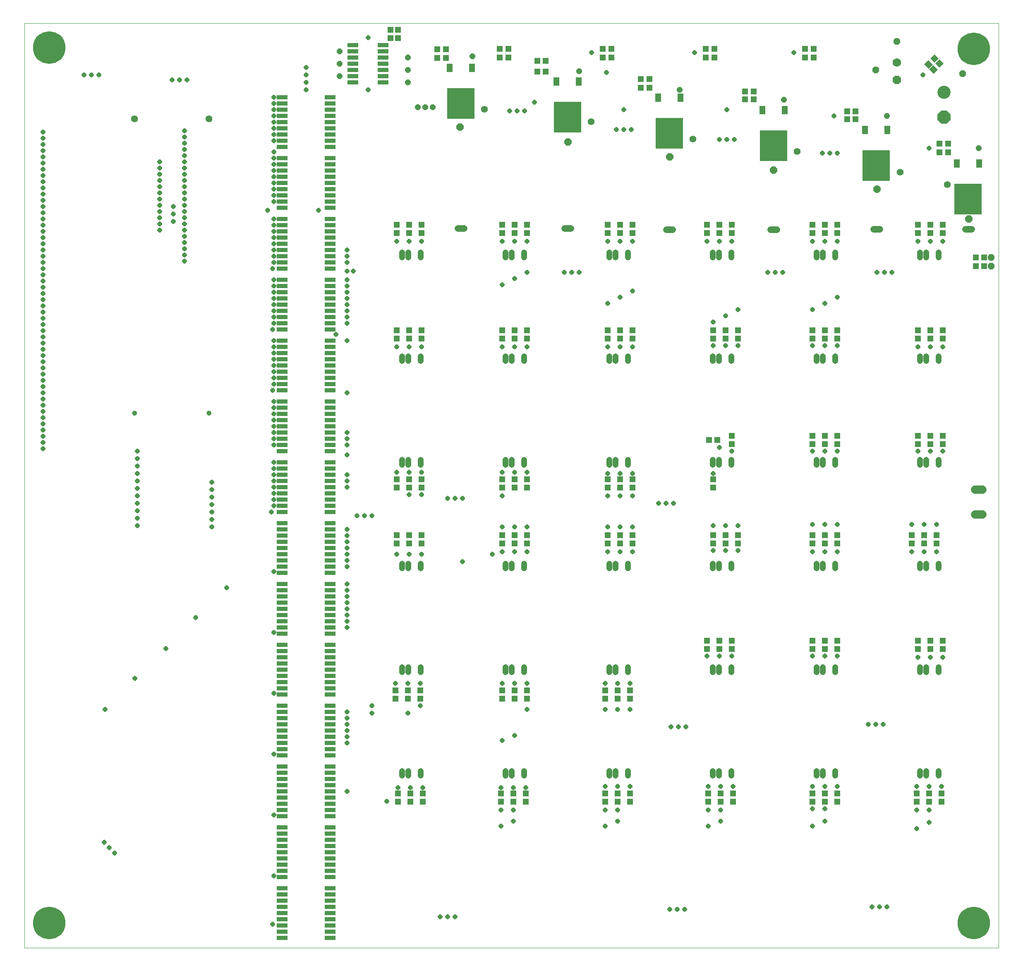
<source format=gts>
G75*
%MOIN*%
%OFA0B0*%
%FSLAX25Y25*%
%IPPOS*%
%LPD*%
%AMOC8*
5,1,8,0,0,1.08239X$1,22.5*
%
%ADD10C,0.00000*%
%ADD11C,0.05378*%
%ADD12R,0.04921X0.04528*%
%ADD13C,0.04528*%
%ADD14R,0.08591X0.03191*%
%ADD15R,0.04528X0.04921*%
%ADD16C,0.06578*%
%ADD17R,0.21850X0.25000*%
%ADD18R,0.04528X0.06890*%
%ADD19C,0.03937*%
%ADD20C,0.05512*%
%ADD21R,0.04724X0.04843*%
%ADD22R,0.04843X0.04724*%
%ADD23C,0.05591*%
%ADD24C,0.10591*%
%ADD25OC8,0.10591*%
%ADD26OC8,0.06891*%
%ADD27C,0.06891*%
%ADD28OC8,0.03740*%
%ADD29OC8,0.05709*%
%ADD30OC8,0.05315*%
%ADD31OC8,0.04528*%
%ADD32C,0.26181*%
D10*
X0001800Y0001800D02*
X0001800Y0746548D01*
X0786879Y0746548D01*
X0786879Y0001800D01*
X0001800Y0001800D01*
X0088796Y0432540D02*
X0088798Y0432621D01*
X0088804Y0432703D01*
X0088814Y0432784D01*
X0088828Y0432864D01*
X0088845Y0432943D01*
X0088867Y0433022D01*
X0088892Y0433099D01*
X0088921Y0433176D01*
X0088954Y0433250D01*
X0088991Y0433323D01*
X0089030Y0433394D01*
X0089074Y0433463D01*
X0089120Y0433530D01*
X0089170Y0433594D01*
X0089223Y0433656D01*
X0089279Y0433716D01*
X0089337Y0433772D01*
X0089399Y0433826D01*
X0089463Y0433877D01*
X0089529Y0433924D01*
X0089597Y0433968D01*
X0089668Y0434009D01*
X0089740Y0434046D01*
X0089815Y0434080D01*
X0089890Y0434110D01*
X0089968Y0434136D01*
X0090046Y0434159D01*
X0090125Y0434177D01*
X0090205Y0434192D01*
X0090286Y0434203D01*
X0090367Y0434210D01*
X0090449Y0434213D01*
X0090530Y0434212D01*
X0090611Y0434207D01*
X0090692Y0434198D01*
X0090773Y0434185D01*
X0090853Y0434168D01*
X0090931Y0434148D01*
X0091009Y0434123D01*
X0091086Y0434095D01*
X0091161Y0434063D01*
X0091234Y0434028D01*
X0091305Y0433989D01*
X0091375Y0433946D01*
X0091442Y0433901D01*
X0091508Y0433852D01*
X0091570Y0433800D01*
X0091630Y0433744D01*
X0091687Y0433686D01*
X0091742Y0433626D01*
X0091793Y0433562D01*
X0091841Y0433497D01*
X0091886Y0433429D01*
X0091928Y0433359D01*
X0091966Y0433287D01*
X0092001Y0433213D01*
X0092032Y0433138D01*
X0092059Y0433061D01*
X0092082Y0432983D01*
X0092102Y0432904D01*
X0092118Y0432824D01*
X0092130Y0432743D01*
X0092138Y0432662D01*
X0092142Y0432581D01*
X0092142Y0432499D01*
X0092138Y0432418D01*
X0092130Y0432337D01*
X0092118Y0432256D01*
X0092102Y0432176D01*
X0092082Y0432097D01*
X0092059Y0432019D01*
X0092032Y0431942D01*
X0092001Y0431867D01*
X0091966Y0431793D01*
X0091928Y0431721D01*
X0091886Y0431651D01*
X0091841Y0431583D01*
X0091793Y0431518D01*
X0091742Y0431454D01*
X0091687Y0431394D01*
X0091630Y0431336D01*
X0091570Y0431280D01*
X0091508Y0431228D01*
X0091442Y0431179D01*
X0091375Y0431134D01*
X0091306Y0431091D01*
X0091234Y0431052D01*
X0091161Y0431017D01*
X0091086Y0430985D01*
X0091009Y0430957D01*
X0090931Y0430932D01*
X0090853Y0430912D01*
X0090773Y0430895D01*
X0090692Y0430882D01*
X0090611Y0430873D01*
X0090530Y0430868D01*
X0090449Y0430867D01*
X0090367Y0430870D01*
X0090286Y0430877D01*
X0090205Y0430888D01*
X0090125Y0430903D01*
X0090046Y0430921D01*
X0089968Y0430944D01*
X0089890Y0430970D01*
X0089815Y0431000D01*
X0089740Y0431034D01*
X0089668Y0431071D01*
X0089597Y0431112D01*
X0089529Y0431156D01*
X0089463Y0431203D01*
X0089399Y0431254D01*
X0089337Y0431308D01*
X0089279Y0431364D01*
X0089223Y0431424D01*
X0089170Y0431486D01*
X0089120Y0431550D01*
X0089074Y0431617D01*
X0089030Y0431686D01*
X0088991Y0431757D01*
X0088954Y0431830D01*
X0088921Y0431904D01*
X0088892Y0431981D01*
X0088867Y0432058D01*
X0088845Y0432137D01*
X0088828Y0432216D01*
X0088814Y0432296D01*
X0088804Y0432377D01*
X0088798Y0432459D01*
X0088796Y0432540D01*
X0148796Y0432540D02*
X0148798Y0432621D01*
X0148804Y0432703D01*
X0148814Y0432784D01*
X0148828Y0432864D01*
X0148845Y0432943D01*
X0148867Y0433022D01*
X0148892Y0433099D01*
X0148921Y0433176D01*
X0148954Y0433250D01*
X0148991Y0433323D01*
X0149030Y0433394D01*
X0149074Y0433463D01*
X0149120Y0433530D01*
X0149170Y0433594D01*
X0149223Y0433656D01*
X0149279Y0433716D01*
X0149337Y0433772D01*
X0149399Y0433826D01*
X0149463Y0433877D01*
X0149529Y0433924D01*
X0149597Y0433968D01*
X0149668Y0434009D01*
X0149740Y0434046D01*
X0149815Y0434080D01*
X0149890Y0434110D01*
X0149968Y0434136D01*
X0150046Y0434159D01*
X0150125Y0434177D01*
X0150205Y0434192D01*
X0150286Y0434203D01*
X0150367Y0434210D01*
X0150449Y0434213D01*
X0150530Y0434212D01*
X0150611Y0434207D01*
X0150692Y0434198D01*
X0150773Y0434185D01*
X0150853Y0434168D01*
X0150931Y0434148D01*
X0151009Y0434123D01*
X0151086Y0434095D01*
X0151161Y0434063D01*
X0151234Y0434028D01*
X0151305Y0433989D01*
X0151375Y0433946D01*
X0151442Y0433901D01*
X0151508Y0433852D01*
X0151570Y0433800D01*
X0151630Y0433744D01*
X0151687Y0433686D01*
X0151742Y0433626D01*
X0151793Y0433562D01*
X0151841Y0433497D01*
X0151886Y0433429D01*
X0151928Y0433359D01*
X0151966Y0433287D01*
X0152001Y0433213D01*
X0152032Y0433138D01*
X0152059Y0433061D01*
X0152082Y0432983D01*
X0152102Y0432904D01*
X0152118Y0432824D01*
X0152130Y0432743D01*
X0152138Y0432662D01*
X0152142Y0432581D01*
X0152142Y0432499D01*
X0152138Y0432418D01*
X0152130Y0432337D01*
X0152118Y0432256D01*
X0152102Y0432176D01*
X0152082Y0432097D01*
X0152059Y0432019D01*
X0152032Y0431942D01*
X0152001Y0431867D01*
X0151966Y0431793D01*
X0151928Y0431721D01*
X0151886Y0431651D01*
X0151841Y0431583D01*
X0151793Y0431518D01*
X0151742Y0431454D01*
X0151687Y0431394D01*
X0151630Y0431336D01*
X0151570Y0431280D01*
X0151508Y0431228D01*
X0151442Y0431179D01*
X0151375Y0431134D01*
X0151306Y0431091D01*
X0151234Y0431052D01*
X0151161Y0431017D01*
X0151086Y0430985D01*
X0151009Y0430957D01*
X0150931Y0430932D01*
X0150853Y0430912D01*
X0150773Y0430895D01*
X0150692Y0430882D01*
X0150611Y0430873D01*
X0150530Y0430868D01*
X0150449Y0430867D01*
X0150367Y0430870D01*
X0150286Y0430877D01*
X0150205Y0430888D01*
X0150125Y0430903D01*
X0150046Y0430921D01*
X0149968Y0430944D01*
X0149890Y0430970D01*
X0149815Y0431000D01*
X0149740Y0431034D01*
X0149668Y0431071D01*
X0149597Y0431112D01*
X0149529Y0431156D01*
X0149463Y0431203D01*
X0149399Y0431254D01*
X0149337Y0431308D01*
X0149279Y0431364D01*
X0149223Y0431424D01*
X0149170Y0431486D01*
X0149120Y0431550D01*
X0149074Y0431617D01*
X0149030Y0431686D01*
X0148991Y0431757D01*
X0148954Y0431830D01*
X0148921Y0431904D01*
X0148892Y0431981D01*
X0148867Y0432058D01*
X0148845Y0432137D01*
X0148828Y0432216D01*
X0148814Y0432296D01*
X0148804Y0432377D01*
X0148798Y0432459D01*
X0148796Y0432540D01*
X0148008Y0669548D02*
X0148010Y0669647D01*
X0148016Y0669746D01*
X0148026Y0669845D01*
X0148040Y0669943D01*
X0148058Y0670040D01*
X0148080Y0670137D01*
X0148105Y0670233D01*
X0148135Y0670327D01*
X0148168Y0670421D01*
X0148205Y0670513D01*
X0148246Y0670603D01*
X0148290Y0670692D01*
X0148338Y0670778D01*
X0148389Y0670863D01*
X0148444Y0670946D01*
X0148502Y0671026D01*
X0148563Y0671104D01*
X0148627Y0671180D01*
X0148694Y0671253D01*
X0148764Y0671323D01*
X0148837Y0671390D01*
X0148913Y0671454D01*
X0148991Y0671515D01*
X0149071Y0671573D01*
X0149154Y0671628D01*
X0149238Y0671679D01*
X0149325Y0671727D01*
X0149414Y0671771D01*
X0149504Y0671812D01*
X0149596Y0671849D01*
X0149690Y0671882D01*
X0149784Y0671912D01*
X0149880Y0671937D01*
X0149977Y0671959D01*
X0150074Y0671977D01*
X0150172Y0671991D01*
X0150271Y0672001D01*
X0150370Y0672007D01*
X0150469Y0672009D01*
X0150568Y0672007D01*
X0150667Y0672001D01*
X0150766Y0671991D01*
X0150864Y0671977D01*
X0150961Y0671959D01*
X0151058Y0671937D01*
X0151154Y0671912D01*
X0151248Y0671882D01*
X0151342Y0671849D01*
X0151434Y0671812D01*
X0151524Y0671771D01*
X0151613Y0671727D01*
X0151699Y0671679D01*
X0151784Y0671628D01*
X0151867Y0671573D01*
X0151947Y0671515D01*
X0152025Y0671454D01*
X0152101Y0671390D01*
X0152174Y0671323D01*
X0152244Y0671253D01*
X0152311Y0671180D01*
X0152375Y0671104D01*
X0152436Y0671026D01*
X0152494Y0670946D01*
X0152549Y0670863D01*
X0152600Y0670779D01*
X0152648Y0670692D01*
X0152692Y0670603D01*
X0152733Y0670513D01*
X0152770Y0670421D01*
X0152803Y0670327D01*
X0152833Y0670233D01*
X0152858Y0670137D01*
X0152880Y0670040D01*
X0152898Y0669943D01*
X0152912Y0669845D01*
X0152922Y0669746D01*
X0152928Y0669647D01*
X0152930Y0669548D01*
X0152928Y0669449D01*
X0152922Y0669350D01*
X0152912Y0669251D01*
X0152898Y0669153D01*
X0152880Y0669056D01*
X0152858Y0668959D01*
X0152833Y0668863D01*
X0152803Y0668769D01*
X0152770Y0668675D01*
X0152733Y0668583D01*
X0152692Y0668493D01*
X0152648Y0668404D01*
X0152600Y0668318D01*
X0152549Y0668233D01*
X0152494Y0668150D01*
X0152436Y0668070D01*
X0152375Y0667992D01*
X0152311Y0667916D01*
X0152244Y0667843D01*
X0152174Y0667773D01*
X0152101Y0667706D01*
X0152025Y0667642D01*
X0151947Y0667581D01*
X0151867Y0667523D01*
X0151784Y0667468D01*
X0151700Y0667417D01*
X0151613Y0667369D01*
X0151524Y0667325D01*
X0151434Y0667284D01*
X0151342Y0667247D01*
X0151248Y0667214D01*
X0151154Y0667184D01*
X0151058Y0667159D01*
X0150961Y0667137D01*
X0150864Y0667119D01*
X0150766Y0667105D01*
X0150667Y0667095D01*
X0150568Y0667089D01*
X0150469Y0667087D01*
X0150370Y0667089D01*
X0150271Y0667095D01*
X0150172Y0667105D01*
X0150074Y0667119D01*
X0149977Y0667137D01*
X0149880Y0667159D01*
X0149784Y0667184D01*
X0149690Y0667214D01*
X0149596Y0667247D01*
X0149504Y0667284D01*
X0149414Y0667325D01*
X0149325Y0667369D01*
X0149239Y0667417D01*
X0149154Y0667468D01*
X0149071Y0667523D01*
X0148991Y0667581D01*
X0148913Y0667642D01*
X0148837Y0667706D01*
X0148764Y0667773D01*
X0148694Y0667843D01*
X0148627Y0667916D01*
X0148563Y0667992D01*
X0148502Y0668070D01*
X0148444Y0668150D01*
X0148389Y0668233D01*
X0148338Y0668317D01*
X0148290Y0668404D01*
X0148246Y0668493D01*
X0148205Y0668583D01*
X0148168Y0668675D01*
X0148135Y0668769D01*
X0148105Y0668863D01*
X0148080Y0668959D01*
X0148058Y0669056D01*
X0148040Y0669153D01*
X0148026Y0669251D01*
X0148016Y0669350D01*
X0148010Y0669449D01*
X0148008Y0669548D01*
X0088008Y0669548D02*
X0088010Y0669647D01*
X0088016Y0669746D01*
X0088026Y0669845D01*
X0088040Y0669943D01*
X0088058Y0670040D01*
X0088080Y0670137D01*
X0088105Y0670233D01*
X0088135Y0670327D01*
X0088168Y0670421D01*
X0088205Y0670513D01*
X0088246Y0670603D01*
X0088290Y0670692D01*
X0088338Y0670778D01*
X0088389Y0670863D01*
X0088444Y0670946D01*
X0088502Y0671026D01*
X0088563Y0671104D01*
X0088627Y0671180D01*
X0088694Y0671253D01*
X0088764Y0671323D01*
X0088837Y0671390D01*
X0088913Y0671454D01*
X0088991Y0671515D01*
X0089071Y0671573D01*
X0089154Y0671628D01*
X0089238Y0671679D01*
X0089325Y0671727D01*
X0089414Y0671771D01*
X0089504Y0671812D01*
X0089596Y0671849D01*
X0089690Y0671882D01*
X0089784Y0671912D01*
X0089880Y0671937D01*
X0089977Y0671959D01*
X0090074Y0671977D01*
X0090172Y0671991D01*
X0090271Y0672001D01*
X0090370Y0672007D01*
X0090469Y0672009D01*
X0090568Y0672007D01*
X0090667Y0672001D01*
X0090766Y0671991D01*
X0090864Y0671977D01*
X0090961Y0671959D01*
X0091058Y0671937D01*
X0091154Y0671912D01*
X0091248Y0671882D01*
X0091342Y0671849D01*
X0091434Y0671812D01*
X0091524Y0671771D01*
X0091613Y0671727D01*
X0091699Y0671679D01*
X0091784Y0671628D01*
X0091867Y0671573D01*
X0091947Y0671515D01*
X0092025Y0671454D01*
X0092101Y0671390D01*
X0092174Y0671323D01*
X0092244Y0671253D01*
X0092311Y0671180D01*
X0092375Y0671104D01*
X0092436Y0671026D01*
X0092494Y0670946D01*
X0092549Y0670863D01*
X0092600Y0670779D01*
X0092648Y0670692D01*
X0092692Y0670603D01*
X0092733Y0670513D01*
X0092770Y0670421D01*
X0092803Y0670327D01*
X0092833Y0670233D01*
X0092858Y0670137D01*
X0092880Y0670040D01*
X0092898Y0669943D01*
X0092912Y0669845D01*
X0092922Y0669746D01*
X0092928Y0669647D01*
X0092930Y0669548D01*
X0092928Y0669449D01*
X0092922Y0669350D01*
X0092912Y0669251D01*
X0092898Y0669153D01*
X0092880Y0669056D01*
X0092858Y0668959D01*
X0092833Y0668863D01*
X0092803Y0668769D01*
X0092770Y0668675D01*
X0092733Y0668583D01*
X0092692Y0668493D01*
X0092648Y0668404D01*
X0092600Y0668318D01*
X0092549Y0668233D01*
X0092494Y0668150D01*
X0092436Y0668070D01*
X0092375Y0667992D01*
X0092311Y0667916D01*
X0092244Y0667843D01*
X0092174Y0667773D01*
X0092101Y0667706D01*
X0092025Y0667642D01*
X0091947Y0667581D01*
X0091867Y0667523D01*
X0091784Y0667468D01*
X0091700Y0667417D01*
X0091613Y0667369D01*
X0091524Y0667325D01*
X0091434Y0667284D01*
X0091342Y0667247D01*
X0091248Y0667214D01*
X0091154Y0667184D01*
X0091058Y0667159D01*
X0090961Y0667137D01*
X0090864Y0667119D01*
X0090766Y0667105D01*
X0090667Y0667095D01*
X0090568Y0667089D01*
X0090469Y0667087D01*
X0090370Y0667089D01*
X0090271Y0667095D01*
X0090172Y0667105D01*
X0090074Y0667119D01*
X0089977Y0667137D01*
X0089880Y0667159D01*
X0089784Y0667184D01*
X0089690Y0667214D01*
X0089596Y0667247D01*
X0089504Y0667284D01*
X0089414Y0667325D01*
X0089325Y0667369D01*
X0089239Y0667417D01*
X0089154Y0667468D01*
X0089071Y0667523D01*
X0088991Y0667581D01*
X0088913Y0667642D01*
X0088837Y0667706D01*
X0088764Y0667773D01*
X0088694Y0667843D01*
X0088627Y0667916D01*
X0088563Y0667992D01*
X0088502Y0668070D01*
X0088444Y0668150D01*
X0088389Y0668233D01*
X0088338Y0668317D01*
X0088290Y0668404D01*
X0088246Y0668493D01*
X0088205Y0668583D01*
X0088168Y0668675D01*
X0088135Y0668769D01*
X0088105Y0668863D01*
X0088080Y0668959D01*
X0088058Y0669056D01*
X0088040Y0669153D01*
X0088026Y0669251D01*
X0088016Y0669350D01*
X0088010Y0669449D01*
X0088008Y0669548D01*
D11*
X0351249Y0581115D02*
X0356036Y0581115D01*
X0437249Y0581115D02*
X0442036Y0581115D01*
X0519249Y0580115D02*
X0524036Y0580115D01*
X0603249Y0580115D02*
X0608036Y0580115D01*
X0686241Y0580414D02*
X0691028Y0580414D01*
X0760241Y0580414D02*
X0765028Y0580414D01*
D12*
X0741800Y0577454D03*
X0741800Y0584146D03*
X0731800Y0584146D03*
X0731800Y0577454D03*
X0721800Y0577454D03*
X0721800Y0584146D03*
X0656800Y0584146D03*
X0656800Y0577454D03*
X0646800Y0577454D03*
X0646800Y0584146D03*
X0636800Y0584146D03*
X0636800Y0577454D03*
X0571800Y0577454D03*
X0571800Y0584146D03*
X0561800Y0584146D03*
X0561800Y0577454D03*
X0551800Y0577454D03*
X0551800Y0584146D03*
X0491800Y0584146D03*
X0491800Y0577454D03*
X0481800Y0577454D03*
X0481800Y0584146D03*
X0471800Y0584146D03*
X0471800Y0577454D03*
X0406800Y0577454D03*
X0406800Y0584146D03*
X0396800Y0584146D03*
X0396800Y0577454D03*
X0386800Y0577454D03*
X0386800Y0584146D03*
X0321800Y0584146D03*
X0321800Y0577454D03*
X0311800Y0577454D03*
X0311800Y0584146D03*
X0301800Y0584146D03*
X0301800Y0577454D03*
X0301800Y0499146D03*
X0301800Y0492454D03*
X0311800Y0492454D03*
X0311800Y0499146D03*
X0321800Y0499146D03*
X0321800Y0492454D03*
X0386800Y0492454D03*
X0386800Y0499146D03*
X0396800Y0499146D03*
X0396800Y0492454D03*
X0406800Y0492454D03*
X0406800Y0499146D03*
X0471800Y0499146D03*
X0471800Y0492454D03*
X0481800Y0492454D03*
X0481800Y0499146D03*
X0491800Y0499146D03*
X0491800Y0492454D03*
X0556800Y0492454D03*
X0556800Y0499146D03*
X0566800Y0499146D03*
X0566800Y0492454D03*
X0576800Y0492454D03*
X0576800Y0499146D03*
X0636800Y0499146D03*
X0636800Y0492454D03*
X0646800Y0492454D03*
X0646800Y0499146D03*
X0656800Y0499146D03*
X0656800Y0492454D03*
X0721800Y0492454D03*
X0721800Y0499146D03*
X0731800Y0499146D03*
X0731800Y0492454D03*
X0741800Y0492454D03*
X0741800Y0499146D03*
X0741800Y0414146D03*
X0741800Y0407454D03*
X0731800Y0407454D03*
X0731800Y0414146D03*
X0721800Y0414146D03*
X0721800Y0407454D03*
X0656800Y0407454D03*
X0656800Y0414146D03*
X0646800Y0414146D03*
X0646800Y0407454D03*
X0636800Y0407454D03*
X0636800Y0414146D03*
X0571800Y0414146D03*
X0571800Y0407454D03*
X0556800Y0379146D03*
X0556800Y0372454D03*
X0556800Y0334146D03*
X0556800Y0327454D03*
X0566800Y0327454D03*
X0566800Y0334146D03*
X0576800Y0334146D03*
X0576800Y0327454D03*
X0636800Y0327454D03*
X0636800Y0334146D03*
X0646800Y0334146D03*
X0646800Y0327454D03*
X0656800Y0327454D03*
X0656800Y0334146D03*
X0716800Y0334146D03*
X0716800Y0327454D03*
X0726800Y0327454D03*
X0726800Y0334146D03*
X0736800Y0334146D03*
X0736800Y0327454D03*
X0731800Y0249146D03*
X0731800Y0242454D03*
X0721800Y0242454D03*
X0721800Y0249146D03*
X0741800Y0249146D03*
X0741800Y0242454D03*
X0656800Y0242454D03*
X0656800Y0249146D03*
X0646800Y0249146D03*
X0646800Y0242454D03*
X0636800Y0242454D03*
X0636800Y0249146D03*
X0571800Y0249146D03*
X0571800Y0242454D03*
X0561800Y0242454D03*
X0561800Y0249146D03*
X0551800Y0249146D03*
X0551800Y0242454D03*
X0489800Y0209146D03*
X0489800Y0202454D03*
X0479800Y0202454D03*
X0479800Y0209146D03*
X0469800Y0209146D03*
X0469800Y0202454D03*
X0406800Y0202454D03*
X0406800Y0209146D03*
X0396800Y0209146D03*
X0396800Y0202454D03*
X0386800Y0202454D03*
X0386800Y0209146D03*
X0320800Y0209146D03*
X0320800Y0202454D03*
X0310800Y0202454D03*
X0310800Y0209146D03*
X0300800Y0209146D03*
X0300800Y0202454D03*
X0302800Y0126146D03*
X0302800Y0119454D03*
X0312800Y0119454D03*
X0312800Y0126146D03*
X0322800Y0126146D03*
X0322800Y0119454D03*
X0385800Y0119454D03*
X0385800Y0126146D03*
X0395800Y0126146D03*
X0395800Y0119454D03*
X0405800Y0119454D03*
X0405800Y0126146D03*
X0469800Y0126146D03*
X0469800Y0119454D03*
X0479800Y0119454D03*
X0479800Y0126146D03*
X0489800Y0126146D03*
X0489800Y0119454D03*
X0552800Y0119454D03*
X0552800Y0126146D03*
X0562800Y0126146D03*
X0562800Y0119454D03*
X0572800Y0119454D03*
X0572800Y0126146D03*
X0636800Y0126146D03*
X0636800Y0119454D03*
X0646800Y0119454D03*
X0646800Y0126146D03*
X0656800Y0126146D03*
X0656800Y0119454D03*
X0720800Y0119454D03*
X0720800Y0126146D03*
X0730800Y0126146D03*
X0730800Y0119454D03*
X0740800Y0119454D03*
X0740800Y0126146D03*
X0491800Y0327454D03*
X0491800Y0334146D03*
X0481800Y0334146D03*
X0481800Y0327454D03*
X0471800Y0327454D03*
X0471800Y0334146D03*
X0471800Y0372454D03*
X0471800Y0379146D03*
X0481800Y0379146D03*
X0481800Y0372454D03*
X0491800Y0372454D03*
X0491800Y0379146D03*
X0406800Y0379146D03*
X0406800Y0372454D03*
X0396800Y0372454D03*
X0396800Y0379146D03*
X0386800Y0379146D03*
X0386800Y0372454D03*
X0386800Y0334146D03*
X0386800Y0327454D03*
X0396800Y0327454D03*
X0396800Y0334146D03*
X0406800Y0334146D03*
X0406800Y0327454D03*
X0321800Y0327454D03*
X0321800Y0334146D03*
X0311800Y0334146D03*
X0311800Y0327454D03*
X0301800Y0327454D03*
X0301800Y0334146D03*
X0301800Y0372454D03*
X0301800Y0379146D03*
X0311800Y0379146D03*
X0311800Y0372454D03*
X0321800Y0372454D03*
X0321800Y0379146D03*
D13*
X0321080Y0390879D02*
X0321080Y0394816D01*
X0311080Y0394816D02*
X0311080Y0390879D01*
X0306080Y0390879D02*
X0306080Y0394816D01*
X0306080Y0474383D02*
X0306080Y0478320D01*
X0311080Y0478320D02*
X0311080Y0474383D01*
X0321080Y0474383D02*
X0321080Y0478320D01*
X0389583Y0478320D02*
X0389583Y0474383D01*
X0394583Y0474383D02*
X0394583Y0478320D01*
X0404583Y0478320D02*
X0404583Y0474383D01*
X0473087Y0474383D02*
X0473087Y0478320D01*
X0478087Y0478320D02*
X0478087Y0474383D01*
X0488087Y0474383D02*
X0488087Y0478320D01*
X0556591Y0478320D02*
X0556591Y0474383D01*
X0561591Y0474383D02*
X0561591Y0478320D01*
X0571591Y0478320D02*
X0571591Y0474383D01*
X0640095Y0474383D02*
X0640095Y0478320D01*
X0645095Y0478320D02*
X0645095Y0474383D01*
X0655095Y0474383D02*
X0655095Y0478320D01*
X0723599Y0478320D02*
X0723599Y0474383D01*
X0728599Y0474383D02*
X0728599Y0478320D01*
X0738599Y0478320D02*
X0738599Y0474383D01*
X0738599Y0394816D02*
X0738599Y0390879D01*
X0728599Y0390879D02*
X0728599Y0394816D01*
X0723599Y0394816D02*
X0723599Y0390879D01*
X0655095Y0390879D02*
X0655095Y0394816D01*
X0645095Y0394816D02*
X0645095Y0390879D01*
X0640095Y0390879D02*
X0640095Y0394816D01*
X0571591Y0394816D02*
X0571591Y0390879D01*
X0561591Y0390879D02*
X0561591Y0394816D01*
X0556591Y0394816D02*
X0556591Y0390879D01*
X0488087Y0390879D02*
X0488087Y0394816D01*
X0478087Y0394816D02*
X0478087Y0390879D01*
X0473087Y0390879D02*
X0473087Y0394816D01*
X0404583Y0394816D02*
X0404583Y0390879D01*
X0394583Y0390879D02*
X0394583Y0394816D01*
X0389583Y0394816D02*
X0389583Y0390879D01*
X0389583Y0311312D02*
X0389583Y0307375D01*
X0394583Y0307375D02*
X0394583Y0311312D01*
X0404583Y0311312D02*
X0404583Y0307375D01*
X0473087Y0307375D02*
X0473087Y0311312D01*
X0478087Y0311312D02*
X0478087Y0307375D01*
X0488087Y0307375D02*
X0488087Y0311312D01*
X0556591Y0311312D02*
X0556591Y0307375D01*
X0561591Y0307375D02*
X0561591Y0311312D01*
X0571591Y0311312D02*
X0571591Y0307375D01*
X0640095Y0307375D02*
X0640095Y0311312D01*
X0645095Y0311312D02*
X0645095Y0307375D01*
X0655095Y0307375D02*
X0655095Y0311312D01*
X0723599Y0311312D02*
X0723599Y0307375D01*
X0728599Y0307375D02*
X0728599Y0311312D01*
X0738599Y0311312D02*
X0738599Y0307375D01*
X0738599Y0227808D02*
X0738599Y0223871D01*
X0728599Y0223871D02*
X0728599Y0227808D01*
X0723599Y0227808D02*
X0723599Y0223871D01*
X0655095Y0223871D02*
X0655095Y0227808D01*
X0645095Y0227808D02*
X0645095Y0223871D01*
X0640095Y0223871D02*
X0640095Y0227808D01*
X0571591Y0227808D02*
X0571591Y0223871D01*
X0561591Y0223871D02*
X0561591Y0227808D01*
X0556591Y0227808D02*
X0556591Y0223871D01*
X0488087Y0223871D02*
X0488087Y0227808D01*
X0478087Y0227808D02*
X0478087Y0223871D01*
X0473087Y0223871D02*
X0473087Y0227808D01*
X0404583Y0227808D02*
X0404583Y0223871D01*
X0394583Y0223871D02*
X0394583Y0227808D01*
X0389583Y0227808D02*
X0389583Y0223871D01*
X0321080Y0223871D02*
X0321080Y0227808D01*
X0311080Y0227808D02*
X0311080Y0223871D01*
X0306080Y0223871D02*
X0306080Y0227808D01*
X0306080Y0307375D02*
X0306080Y0311312D01*
X0311080Y0311312D02*
X0311080Y0307375D01*
X0321080Y0307375D02*
X0321080Y0311312D01*
X0321080Y0144304D02*
X0321080Y0140367D01*
X0311080Y0140367D02*
X0311080Y0144304D01*
X0306080Y0144304D02*
X0306080Y0140367D01*
X0389583Y0140367D02*
X0389583Y0144304D01*
X0394583Y0144304D02*
X0394583Y0140367D01*
X0404583Y0140367D02*
X0404583Y0144304D01*
X0473087Y0144304D02*
X0473087Y0140367D01*
X0478087Y0140367D02*
X0478087Y0144304D01*
X0488087Y0144304D02*
X0488087Y0140367D01*
X0556591Y0140367D02*
X0556591Y0144304D01*
X0561591Y0144304D02*
X0561591Y0140367D01*
X0571591Y0140367D02*
X0571591Y0144304D01*
X0640095Y0144304D02*
X0640095Y0140367D01*
X0645095Y0140367D02*
X0645095Y0144304D01*
X0655095Y0144304D02*
X0655095Y0140367D01*
X0723599Y0140367D02*
X0723599Y0144304D01*
X0728599Y0144304D02*
X0728599Y0140367D01*
X0738599Y0140367D02*
X0738599Y0144304D01*
X0738599Y0557887D02*
X0738599Y0561824D01*
X0728599Y0561824D02*
X0728599Y0557887D01*
X0723599Y0557887D02*
X0723599Y0561824D01*
X0655095Y0561824D02*
X0655095Y0557887D01*
X0645095Y0557887D02*
X0645095Y0561824D01*
X0640095Y0561824D02*
X0640095Y0557887D01*
X0571591Y0557887D02*
X0571591Y0561824D01*
X0561591Y0561824D02*
X0561591Y0557887D01*
X0556591Y0557887D02*
X0556591Y0561824D01*
X0488087Y0561824D02*
X0488087Y0557887D01*
X0478087Y0557887D02*
X0478087Y0561824D01*
X0473087Y0561824D02*
X0473087Y0557887D01*
X0404583Y0557887D02*
X0404583Y0561824D01*
X0394583Y0561824D02*
X0394583Y0557887D01*
X0389583Y0557887D02*
X0389583Y0561824D01*
X0321080Y0561824D02*
X0321080Y0557887D01*
X0311080Y0557887D02*
X0311080Y0561824D01*
X0306080Y0561824D02*
X0306080Y0557887D01*
D14*
X0248100Y0558800D03*
X0248100Y0553800D03*
X0248100Y0548800D03*
X0248100Y0539800D03*
X0248100Y0534800D03*
X0248100Y0529800D03*
X0248100Y0524800D03*
X0248100Y0519800D03*
X0248100Y0514800D03*
X0248100Y0509800D03*
X0248100Y0504800D03*
X0248100Y0499800D03*
X0248100Y0490800D03*
X0248100Y0485800D03*
X0248100Y0480800D03*
X0248100Y0475800D03*
X0248100Y0470800D03*
X0248100Y0465800D03*
X0248100Y0460800D03*
X0248100Y0455800D03*
X0248100Y0450800D03*
X0248100Y0441800D03*
X0248100Y0436800D03*
X0248100Y0431800D03*
X0248100Y0426800D03*
X0248100Y0421800D03*
X0248100Y0416800D03*
X0248100Y0411800D03*
X0248100Y0406800D03*
X0248100Y0401800D03*
X0248100Y0392800D03*
X0248100Y0387800D03*
X0248100Y0382800D03*
X0248100Y0377800D03*
X0248100Y0372800D03*
X0248100Y0367800D03*
X0248100Y0362800D03*
X0248100Y0357800D03*
X0248100Y0352800D03*
X0248100Y0343800D03*
X0248100Y0338800D03*
X0248100Y0333800D03*
X0248100Y0328800D03*
X0248100Y0323800D03*
X0248100Y0318800D03*
X0248100Y0313800D03*
X0248100Y0308800D03*
X0248100Y0303800D03*
X0248100Y0294800D03*
X0248100Y0289800D03*
X0248100Y0284800D03*
X0248100Y0279800D03*
X0248100Y0274800D03*
X0248100Y0269800D03*
X0248100Y0264800D03*
X0248100Y0259800D03*
X0248100Y0254800D03*
X0248100Y0245800D03*
X0248100Y0240800D03*
X0248100Y0235800D03*
X0248100Y0230800D03*
X0248100Y0225800D03*
X0248100Y0220800D03*
X0248100Y0215800D03*
X0248100Y0210800D03*
X0248100Y0205800D03*
X0248100Y0196800D03*
X0248100Y0191800D03*
X0248100Y0186800D03*
X0248100Y0181800D03*
X0248100Y0176800D03*
X0248100Y0171800D03*
X0248100Y0166800D03*
X0248100Y0161800D03*
X0248100Y0156800D03*
X0248100Y0147800D03*
X0248100Y0142800D03*
X0248100Y0137800D03*
X0248100Y0132800D03*
X0248100Y0127800D03*
X0248100Y0122800D03*
X0248100Y0117800D03*
X0248100Y0112800D03*
X0248100Y0107800D03*
X0248100Y0098800D03*
X0248100Y0093800D03*
X0248100Y0088800D03*
X0248100Y0083800D03*
X0248100Y0078800D03*
X0248100Y0073800D03*
X0248100Y0068800D03*
X0248100Y0063800D03*
X0248100Y0058800D03*
X0248100Y0049800D03*
X0248100Y0044800D03*
X0248100Y0039800D03*
X0248100Y0034800D03*
X0248100Y0029800D03*
X0248100Y0024800D03*
X0248100Y0019800D03*
X0248100Y0014800D03*
X0248100Y0009800D03*
X0209500Y0009800D03*
X0209500Y0014800D03*
X0209500Y0019800D03*
X0209500Y0024800D03*
X0209500Y0029800D03*
X0209500Y0034800D03*
X0209500Y0039800D03*
X0209500Y0044800D03*
X0209500Y0049800D03*
X0209500Y0058800D03*
X0209500Y0063800D03*
X0209500Y0068800D03*
X0209500Y0073800D03*
X0209500Y0078800D03*
X0209500Y0083800D03*
X0209500Y0088800D03*
X0209500Y0093800D03*
X0209500Y0098800D03*
X0209500Y0107800D03*
X0209500Y0112800D03*
X0209500Y0117800D03*
X0209500Y0122800D03*
X0209500Y0127800D03*
X0209500Y0132800D03*
X0209500Y0137800D03*
X0209500Y0142800D03*
X0209500Y0147800D03*
X0209500Y0156800D03*
X0209500Y0161800D03*
X0209500Y0166800D03*
X0209500Y0171800D03*
X0209500Y0176800D03*
X0209500Y0181800D03*
X0209500Y0186800D03*
X0209500Y0191800D03*
X0209500Y0196800D03*
X0209500Y0205800D03*
X0209500Y0210800D03*
X0209500Y0215800D03*
X0209500Y0220800D03*
X0209500Y0225800D03*
X0209500Y0230800D03*
X0209500Y0235800D03*
X0209500Y0240800D03*
X0209500Y0245800D03*
X0209500Y0254800D03*
X0209500Y0259800D03*
X0209500Y0264800D03*
X0209500Y0269800D03*
X0209500Y0274800D03*
X0209500Y0279800D03*
X0209500Y0284800D03*
X0209500Y0289800D03*
X0209500Y0294800D03*
X0209500Y0303800D03*
X0209500Y0308800D03*
X0209500Y0313800D03*
X0209500Y0318800D03*
X0209500Y0323800D03*
X0209500Y0328800D03*
X0209500Y0333800D03*
X0209500Y0338800D03*
X0209500Y0343800D03*
X0209500Y0352800D03*
X0209500Y0357800D03*
X0209500Y0362800D03*
X0209500Y0367800D03*
X0209500Y0372800D03*
X0209500Y0377800D03*
X0209500Y0382800D03*
X0209500Y0387800D03*
X0209500Y0392800D03*
X0209500Y0401800D03*
X0209500Y0406800D03*
X0209500Y0411800D03*
X0209500Y0416800D03*
X0209500Y0421800D03*
X0209500Y0426800D03*
X0209500Y0431800D03*
X0209500Y0436800D03*
X0209500Y0441800D03*
X0209500Y0450800D03*
X0209500Y0455800D03*
X0209500Y0460800D03*
X0209500Y0465800D03*
X0209500Y0470800D03*
X0209500Y0475800D03*
X0209500Y0480800D03*
X0209500Y0485800D03*
X0209500Y0490800D03*
X0209500Y0499800D03*
X0209500Y0504800D03*
X0209500Y0509800D03*
X0209500Y0514800D03*
X0209500Y0519800D03*
X0209500Y0524800D03*
X0209500Y0529800D03*
X0209500Y0534800D03*
X0209500Y0539800D03*
X0209500Y0548800D03*
X0209500Y0553800D03*
X0209500Y0558800D03*
X0209500Y0563800D03*
X0209500Y0568800D03*
X0209500Y0573800D03*
X0209500Y0578800D03*
X0209500Y0583800D03*
X0209500Y0588800D03*
X0209500Y0597800D03*
X0209500Y0602800D03*
X0209500Y0607800D03*
X0209500Y0612800D03*
X0209500Y0617800D03*
X0209500Y0622800D03*
X0209500Y0627800D03*
X0209500Y0632800D03*
X0209500Y0637800D03*
X0209500Y0646800D03*
X0209500Y0651800D03*
X0209500Y0656800D03*
X0209500Y0661800D03*
X0209500Y0666800D03*
X0209500Y0671800D03*
X0209500Y0676800D03*
X0209500Y0681800D03*
X0209500Y0686800D03*
X0248100Y0686800D03*
X0248100Y0681800D03*
X0248100Y0676800D03*
X0248100Y0671800D03*
X0248100Y0666800D03*
X0248100Y0661800D03*
X0248100Y0656800D03*
X0248100Y0651800D03*
X0248100Y0646800D03*
X0248100Y0637800D03*
X0248100Y0632800D03*
X0248100Y0627800D03*
X0248100Y0622800D03*
X0248100Y0617800D03*
X0248100Y0612800D03*
X0248100Y0607800D03*
X0248100Y0602800D03*
X0248100Y0597800D03*
X0248100Y0588800D03*
X0248100Y0583800D03*
X0248100Y0578800D03*
X0248100Y0573800D03*
X0248100Y0568800D03*
X0248100Y0563800D03*
X0266606Y0698816D03*
X0266606Y0703816D03*
X0266606Y0708816D03*
X0266606Y0713816D03*
X0266606Y0718816D03*
X0266606Y0723816D03*
X0266606Y0728816D03*
X0290806Y0728816D03*
X0290806Y0723816D03*
X0290806Y0718816D03*
X0290806Y0713816D03*
X0290806Y0708816D03*
X0290806Y0703816D03*
X0290806Y0698816D03*
D15*
X0553454Y0410800D03*
X0560146Y0410800D03*
D16*
X0767806Y0370700D02*
X0773794Y0370700D01*
X0773794Y0350900D02*
X0767806Y0350900D01*
D17*
X0762186Y0604792D03*
X0688186Y0631792D03*
X0605485Y0647800D03*
X0521485Y0657800D03*
X0439485Y0670800D03*
X0353485Y0681800D03*
D18*
X0344509Y0710540D03*
X0362461Y0710540D03*
X0430509Y0699540D03*
X0448461Y0699540D03*
X0512509Y0686540D03*
X0530461Y0686540D03*
X0596509Y0676540D03*
X0614461Y0676540D03*
X0679209Y0660532D03*
X0697162Y0660532D03*
X0753209Y0633532D03*
X0771162Y0633532D03*
D19*
X0150469Y0432540D03*
X0090469Y0432540D03*
D20*
X0090469Y0669548D03*
X0150469Y0669548D03*
D21*
X0334540Y0718643D03*
X0341430Y0718643D03*
X0341430Y0725643D03*
X0334540Y0725643D03*
X0415040Y0716143D03*
X0421930Y0716143D03*
X0421930Y0707643D03*
X0415040Y0707643D03*
X0498540Y0701643D03*
X0505430Y0701643D03*
X0505430Y0694643D03*
X0498540Y0694643D03*
X0582540Y0691643D03*
X0582540Y0685143D03*
X0589430Y0685143D03*
X0589430Y0691643D03*
X0664741Y0675635D03*
X0664741Y0669135D03*
X0671631Y0669135D03*
X0671631Y0675635D03*
G36*
X0726982Y0713405D02*
X0730323Y0716746D01*
X0733746Y0713323D01*
X0730405Y0709982D01*
X0726982Y0713405D01*
G37*
G36*
X0730982Y0709405D02*
X0734323Y0712746D01*
X0737746Y0709323D01*
X0734405Y0705982D01*
X0730982Y0709405D01*
G37*
G36*
X0735854Y0714277D02*
X0739195Y0717618D01*
X0742618Y0714195D01*
X0739277Y0710854D01*
X0735854Y0714277D01*
G37*
G36*
X0731854Y0718277D02*
X0735195Y0721618D01*
X0738618Y0718195D01*
X0735277Y0714854D01*
X0731854Y0718277D01*
G37*
X0739241Y0649635D03*
X0746131Y0649635D03*
X0746131Y0642635D03*
X0739241Y0642635D03*
X0768355Y0557800D03*
X0775245Y0557800D03*
X0775245Y0550800D03*
X0768355Y0550800D03*
D22*
X0637800Y0718855D03*
X0637800Y0725745D03*
X0630800Y0725745D03*
X0630800Y0718855D03*
X0557800Y0718855D03*
X0557800Y0725745D03*
X0550800Y0725745D03*
X0550800Y0718855D03*
X0474800Y0718855D03*
X0474800Y0725745D03*
X0467800Y0725745D03*
X0467800Y0718855D03*
X0391800Y0718855D03*
X0391800Y0725745D03*
X0384800Y0725745D03*
X0384800Y0718855D03*
X0302800Y0734355D03*
X0296800Y0734355D03*
X0296800Y0741245D03*
X0302800Y0741245D03*
D23*
X0372643Y0677115D03*
X0458643Y0667115D03*
X0540643Y0653115D03*
X0624643Y0643115D03*
X0707635Y0626414D03*
X0745635Y0616414D03*
D24*
X0742800Y0690800D03*
D25*
X0742800Y0670800D03*
D26*
X0704800Y0700800D03*
D27*
X0704800Y0714800D03*
D28*
X0725800Y0704800D03*
X0730800Y0645800D03*
X0656800Y0641800D03*
X0650800Y0641800D03*
X0644800Y0641800D03*
X0654300Y0671800D03*
X0621800Y0722800D03*
X0567800Y0676800D03*
X0567800Y0652800D03*
X0573800Y0652800D03*
X0561800Y0652800D03*
X0490800Y0660800D03*
X0484800Y0660800D03*
X0478800Y0660800D03*
X0484800Y0676800D03*
X0470800Y0706800D03*
X0458800Y0722800D03*
X0412800Y0682800D03*
X0404800Y0675800D03*
X0398800Y0675800D03*
X0392800Y0675800D03*
X0396800Y0570800D03*
X0386800Y0570800D03*
X0406800Y0570800D03*
X0406800Y0545800D03*
X0396800Y0540800D03*
X0386800Y0535800D03*
X0386800Y0485800D03*
X0396800Y0485800D03*
X0406800Y0485800D03*
X0471800Y0485800D03*
X0481800Y0485800D03*
X0491800Y0485800D03*
X0471800Y0520800D03*
X0481800Y0525800D03*
X0491800Y0530800D03*
X0491800Y0570800D03*
X0481800Y0570800D03*
X0471800Y0570800D03*
X0448800Y0545800D03*
X0442800Y0545800D03*
X0436800Y0545800D03*
X0551800Y0570800D03*
X0561800Y0570800D03*
X0571800Y0570800D03*
X0600800Y0545800D03*
X0606800Y0545800D03*
X0612800Y0545800D03*
X0636800Y0570800D03*
X0646800Y0570800D03*
X0656800Y0570800D03*
X0688800Y0545800D03*
X0694800Y0545800D03*
X0700800Y0545800D03*
X0721800Y0570800D03*
X0731800Y0570800D03*
X0741800Y0570800D03*
X0741800Y0485800D03*
X0731800Y0485800D03*
X0721800Y0485800D03*
X0656800Y0486800D03*
X0646800Y0486800D03*
X0636800Y0486800D03*
X0636800Y0515800D03*
X0646800Y0520800D03*
X0656800Y0525800D03*
X0576800Y0515800D03*
X0566800Y0510800D03*
X0556800Y0505800D03*
X0556800Y0486800D03*
X0566800Y0486800D03*
X0576800Y0486800D03*
X0561800Y0404800D03*
X0571800Y0401800D03*
X0556800Y0383800D03*
X0524800Y0359800D03*
X0518800Y0359800D03*
X0512800Y0359800D03*
X0491800Y0365800D03*
X0481800Y0365800D03*
X0471800Y0365800D03*
X0471800Y0383800D03*
X0481800Y0383800D03*
X0491800Y0383800D03*
X0491800Y0340800D03*
X0481800Y0340800D03*
X0471800Y0340800D03*
X0471800Y0320800D03*
X0481800Y0320800D03*
X0491800Y0320800D03*
X0556800Y0321800D03*
X0566800Y0321800D03*
X0576800Y0321800D03*
X0576800Y0341800D03*
X0566800Y0341800D03*
X0556800Y0341800D03*
X0636800Y0342800D03*
X0646800Y0342800D03*
X0656800Y0342800D03*
X0656800Y0320800D03*
X0646800Y0320800D03*
X0636800Y0320800D03*
X0716800Y0320800D03*
X0726800Y0320800D03*
X0736800Y0320800D03*
X0736800Y0342800D03*
X0726800Y0342800D03*
X0716800Y0342800D03*
X0721800Y0401800D03*
X0731800Y0401800D03*
X0741800Y0401800D03*
X0656800Y0401800D03*
X0646800Y0401800D03*
X0636800Y0401800D03*
X0636800Y0236800D03*
X0646800Y0236800D03*
X0656800Y0236800D03*
X0681800Y0181800D03*
X0687800Y0181800D03*
X0693800Y0181800D03*
X0720800Y0131800D03*
X0730800Y0131800D03*
X0740800Y0131800D03*
X0730800Y0112800D03*
X0730800Y0102800D03*
X0720800Y0097800D03*
X0720800Y0112800D03*
X0656800Y0131800D03*
X0646800Y0131800D03*
X0636800Y0131800D03*
X0636800Y0113800D03*
X0646800Y0113800D03*
X0646800Y0103800D03*
X0636800Y0099800D03*
X0572800Y0131800D03*
X0562800Y0131800D03*
X0552800Y0131800D03*
X0552800Y0112800D03*
X0562800Y0112800D03*
X0562800Y0103800D03*
X0552800Y0099800D03*
X0489800Y0131800D03*
X0479800Y0131800D03*
X0469800Y0131800D03*
X0469800Y0112800D03*
X0479800Y0112800D03*
X0479800Y0103800D03*
X0469800Y0099800D03*
X0405800Y0130800D03*
X0395800Y0130800D03*
X0385800Y0130800D03*
X0385800Y0112800D03*
X0385800Y0099800D03*
X0395800Y0103800D03*
X0395800Y0112800D03*
X0386800Y0168800D03*
X0396800Y0172800D03*
X0406800Y0193800D03*
X0406800Y0214800D03*
X0396800Y0214800D03*
X0386800Y0214800D03*
X0320800Y0214800D03*
X0310800Y0214800D03*
X0300800Y0214800D03*
X0310800Y0190800D03*
X0320800Y0196800D03*
X0281800Y0196800D03*
X0281800Y0190800D03*
X0261800Y0191800D03*
X0261800Y0186800D03*
X0261800Y0181800D03*
X0261800Y0176800D03*
X0261800Y0171800D03*
X0261800Y0166800D03*
X0302800Y0130800D03*
X0312800Y0130800D03*
X0322800Y0130800D03*
X0293800Y0119800D03*
X0261800Y0127800D03*
X0202800Y0108800D03*
X0202800Y0157800D03*
X0202800Y0206800D03*
X0202800Y0255800D03*
X0164800Y0291800D03*
X0139800Y0267800D03*
X0115800Y0242800D03*
X0090800Y0218800D03*
X0066800Y0193800D03*
X0066022Y0086750D03*
X0070264Y0082507D03*
X0074507Y0078264D03*
X0202800Y0059800D03*
X0201800Y0020800D03*
X0336800Y0026800D03*
X0342800Y0026800D03*
X0348800Y0026800D03*
X0521800Y0032800D03*
X0527800Y0032800D03*
X0533800Y0032800D03*
X0534800Y0179800D03*
X0528800Y0179800D03*
X0522800Y0179800D03*
X0489800Y0193800D03*
X0479800Y0193800D03*
X0469800Y0193800D03*
X0469800Y0214800D03*
X0479800Y0214800D03*
X0489800Y0214800D03*
X0551800Y0236800D03*
X0561800Y0236800D03*
X0571800Y0236800D03*
X0721800Y0235800D03*
X0731800Y0235800D03*
X0741800Y0235800D03*
X0696800Y0034800D03*
X0690800Y0034800D03*
X0684800Y0034800D03*
X0406800Y0320800D03*
X0396800Y0320800D03*
X0386800Y0320800D03*
X0378800Y0318800D03*
X0386800Y0340800D03*
X0396800Y0340800D03*
X0406800Y0340800D03*
X0386800Y0365800D03*
X0386800Y0384800D03*
X0396800Y0384800D03*
X0406800Y0384800D03*
X0354800Y0363800D03*
X0348800Y0363800D03*
X0342800Y0363800D03*
X0321800Y0366800D03*
X0311800Y0366800D03*
X0311800Y0384800D03*
X0301800Y0384800D03*
X0321800Y0384800D03*
X0281800Y0349800D03*
X0275800Y0349800D03*
X0269800Y0349800D03*
X0261800Y0338800D03*
X0261800Y0333800D03*
X0261800Y0328800D03*
X0261800Y0323800D03*
X0261800Y0318800D03*
X0261800Y0313800D03*
X0261800Y0308800D03*
X0261800Y0294800D03*
X0261800Y0289800D03*
X0261800Y0284800D03*
X0261800Y0279800D03*
X0261800Y0274800D03*
X0261800Y0269800D03*
X0261800Y0264800D03*
X0261800Y0259800D03*
X0301800Y0318800D03*
X0311800Y0318800D03*
X0321800Y0318800D03*
X0354800Y0312800D03*
X0261800Y0372800D03*
X0261800Y0377800D03*
X0261800Y0382800D03*
X0261800Y0398800D03*
X0261800Y0406800D03*
X0261800Y0411800D03*
X0261800Y0416800D03*
X0261800Y0448800D03*
X0261800Y0490800D03*
X0252800Y0495800D03*
X0261800Y0504800D03*
X0261800Y0509800D03*
X0261800Y0514800D03*
X0261800Y0519800D03*
X0261800Y0524800D03*
X0261800Y0529800D03*
X0261800Y0534800D03*
X0261800Y0539800D03*
X0261800Y0546800D03*
X0266800Y0546800D03*
X0261800Y0553800D03*
X0261800Y0558800D03*
X0261800Y0563800D03*
X0238800Y0595800D03*
X0202800Y0588800D03*
X0202800Y0583800D03*
X0202800Y0578800D03*
X0202800Y0573800D03*
X0202800Y0568800D03*
X0202800Y0563800D03*
X0202800Y0558800D03*
X0202800Y0553800D03*
X0201800Y0548800D03*
X0202800Y0539800D03*
X0202800Y0534800D03*
X0202800Y0529800D03*
X0202800Y0524800D03*
X0202800Y0519800D03*
X0202800Y0514800D03*
X0202800Y0509800D03*
X0202800Y0504800D03*
X0201800Y0499800D03*
X0202800Y0490800D03*
X0202800Y0485800D03*
X0202800Y0480800D03*
X0202800Y0475800D03*
X0202800Y0470800D03*
X0202800Y0465800D03*
X0202800Y0460800D03*
X0202800Y0455800D03*
X0201800Y0450800D03*
X0202800Y0441800D03*
X0202800Y0436800D03*
X0202800Y0431800D03*
X0202800Y0426800D03*
X0202800Y0421800D03*
X0202800Y0416800D03*
X0202800Y0411800D03*
X0202800Y0406800D03*
X0202800Y0392800D03*
X0202800Y0387800D03*
X0202800Y0382800D03*
X0202800Y0377800D03*
X0202800Y0372800D03*
X0202800Y0367800D03*
X0202800Y0362800D03*
X0202800Y0357800D03*
X0200800Y0352800D03*
X0152800Y0352800D03*
X0152800Y0346800D03*
X0152800Y0340800D03*
X0152800Y0358800D03*
X0152800Y0364800D03*
X0152800Y0370800D03*
X0152800Y0376800D03*
X0092800Y0377800D03*
X0092800Y0371800D03*
X0092800Y0365800D03*
X0092800Y0359800D03*
X0092800Y0353800D03*
X0092800Y0347800D03*
X0092800Y0341800D03*
X0092800Y0383800D03*
X0092800Y0389800D03*
X0092800Y0395800D03*
X0092800Y0401800D03*
X0016800Y0403800D03*
X0016800Y0408800D03*
X0016800Y0413800D03*
X0016800Y0418800D03*
X0016800Y0423800D03*
X0016800Y0428800D03*
X0016800Y0433800D03*
X0016800Y0438800D03*
X0016800Y0443800D03*
X0016800Y0448800D03*
X0016800Y0453800D03*
X0016800Y0458800D03*
X0016800Y0463800D03*
X0016800Y0468800D03*
X0016800Y0473800D03*
X0016800Y0478800D03*
X0016800Y0483800D03*
X0016800Y0488800D03*
X0016800Y0493800D03*
X0016800Y0498800D03*
X0016800Y0503800D03*
X0016800Y0508800D03*
X0016800Y0513800D03*
X0016800Y0518800D03*
X0016800Y0523800D03*
X0016800Y0528800D03*
X0016800Y0533800D03*
X0016800Y0538800D03*
X0016800Y0543800D03*
X0016800Y0548800D03*
X0016800Y0553800D03*
X0016800Y0558800D03*
X0016800Y0563800D03*
X0016800Y0568800D03*
X0016800Y0573800D03*
X0016800Y0578800D03*
X0016800Y0583800D03*
X0016800Y0588800D03*
X0016800Y0593800D03*
X0016800Y0598800D03*
X0016800Y0603800D03*
X0016800Y0608800D03*
X0016800Y0613800D03*
X0016800Y0618800D03*
X0016800Y0623800D03*
X0016800Y0628693D03*
X0016800Y0633800D03*
X0016800Y0638800D03*
X0016800Y0643800D03*
X0016800Y0648800D03*
X0016800Y0653800D03*
X0016800Y0658800D03*
X0049800Y0704800D03*
X0055800Y0704800D03*
X0061800Y0704800D03*
X0120800Y0700800D03*
X0126800Y0700800D03*
X0132800Y0700800D03*
X0130800Y0659800D03*
X0130800Y0654800D03*
X0130800Y0649800D03*
X0130800Y0644800D03*
X0130800Y0639800D03*
X0130800Y0634800D03*
X0130800Y0629800D03*
X0130800Y0624800D03*
X0130800Y0619800D03*
X0130800Y0614800D03*
X0130800Y0609800D03*
X0130800Y0604800D03*
X0130800Y0599800D03*
X0130800Y0594800D03*
X0130800Y0589800D03*
X0130800Y0584800D03*
X0130800Y0579800D03*
X0130800Y0574800D03*
X0130800Y0569800D03*
X0130800Y0564800D03*
X0130800Y0559800D03*
X0130800Y0554800D03*
X0110800Y0579800D03*
X0110800Y0584800D03*
X0110800Y0589800D03*
X0110800Y0594800D03*
X0110800Y0599800D03*
X0110800Y0604800D03*
X0110800Y0609800D03*
X0110800Y0614800D03*
X0110800Y0619800D03*
X0110800Y0624800D03*
X0110800Y0629800D03*
X0110800Y0634800D03*
X0121800Y0598800D03*
X0121800Y0592800D03*
X0121800Y0586800D03*
X0197800Y0595800D03*
X0202800Y0602800D03*
X0202800Y0607800D03*
X0202800Y0612800D03*
X0202800Y0617800D03*
X0202800Y0622800D03*
X0202800Y0627800D03*
X0202800Y0632800D03*
X0202800Y0637800D03*
X0202800Y0642800D03*
X0202800Y0651800D03*
X0202800Y0656800D03*
X0202800Y0661800D03*
X0202800Y0666800D03*
X0202800Y0671800D03*
X0202800Y0676800D03*
X0202800Y0681800D03*
X0202800Y0686800D03*
X0228800Y0692800D03*
X0228800Y0698800D03*
X0228800Y0704800D03*
X0228800Y0710800D03*
X0278800Y0692800D03*
X0278800Y0734800D03*
X0301800Y0570800D03*
X0311800Y0570800D03*
X0321800Y0570800D03*
X0321800Y0485800D03*
X0311800Y0485800D03*
X0301800Y0485800D03*
X0202800Y0304800D03*
X0541800Y0722800D03*
D29*
X0521800Y0638800D03*
X0605485Y0628115D03*
X0688800Y0612800D03*
X0762800Y0588800D03*
X0439800Y0650800D03*
X0352800Y0662800D03*
D30*
X0687800Y0708800D03*
X0704785Y0731800D03*
X0757813Y0705787D03*
X0780800Y0557800D03*
X0780800Y0550800D03*
D31*
X0770800Y0645800D03*
X0696800Y0671800D03*
X0613800Y0684800D03*
X0529800Y0692800D03*
X0448800Y0707800D03*
X0362800Y0719800D03*
X0330800Y0678800D03*
X0324800Y0678800D03*
X0318800Y0678800D03*
X0310800Y0698800D03*
X0310800Y0708800D03*
X0310800Y0718800D03*
X0255800Y0713800D03*
X0255800Y0723800D03*
X0255800Y0703800D03*
D32*
X0021800Y0726800D03*
X0021800Y0021800D03*
X0766800Y0021800D03*
X0766800Y0725800D03*
M02*

</source>
